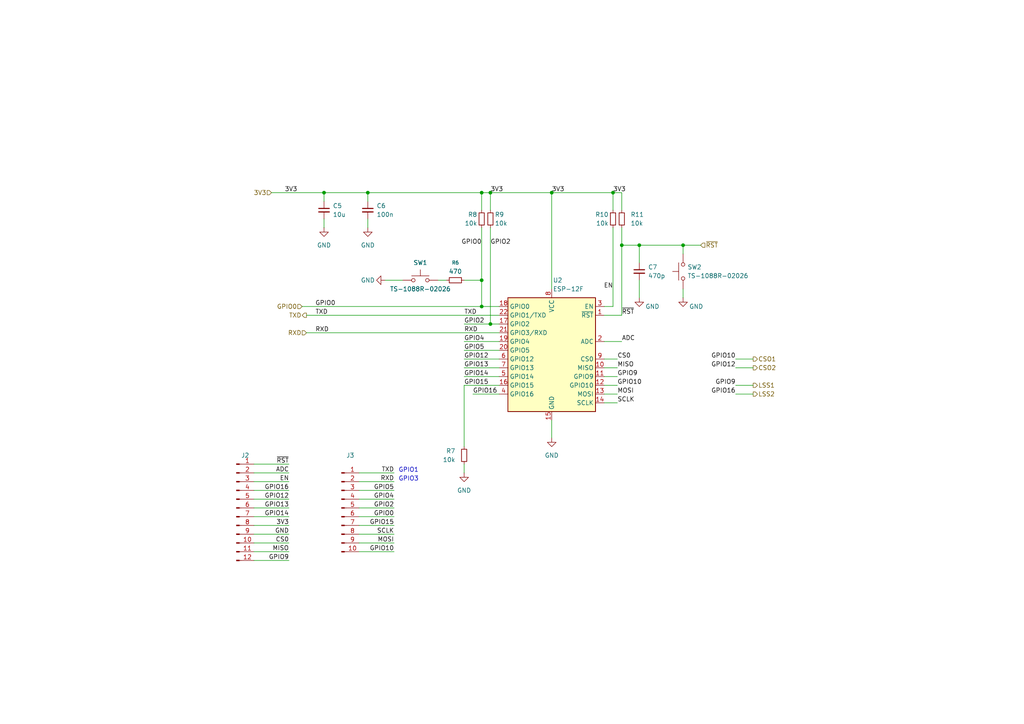
<source format=kicad_sch>
(kicad_sch (version 20250114) (generator "eeschema") (generator_version "9.0")
  (paper "A4")
  (title_block (title "MCU") (date "2025-11-02") (company "Marcel Robitaille"))
  (lib_symbols
    (symbol "Connector:Conn_01x10_Pin" (pin_names (offset 1.016) (hide yes))
      (property "Reference" "J" (at 0 12.7 0))
      (property "Value" "Conn_01x10_Pin" (at 0 -15.24 0))
      (symbol "Conn_01x10_Pin_1_1"
        (rectangle (start 0.8636 10.287) (end 0 10.033) (stroke (width 0.1524)) (fill (type outline)))
        (rectangle (start 0.8636 7.747) (end 0 7.493) (stroke (width 0.1524)) (fill (type outline)))
        (rectangle (start 0.8636 5.207) (end 0 4.953) (stroke (width 0.1524)) (fill (type outline)))
        (rectangle (start 0.8636 2.667) (end 0 2.413) (stroke (width 0.1524)) (fill (type outline)))
        (rectangle (start 0.8636 0.127) (end 0 -0.127) (stroke (width 0.1524)) (fill (type outline)))
        (rectangle (start 0.8636 -2.413) (end 0 -2.667) (stroke (width 0.1524)) (fill (type outline)))
        (rectangle (start 0.8636 -4.953) (end 0 -5.207) (stroke (width 0.1524)) (fill (type outline)))
        (rectangle (start 0.8636 -7.493) (end 0 -7.747) (stroke (width 0.1524)) (fill (type outline)))
        (rectangle (start 0.8636 -10.033) (end 0 -10.287) (stroke (width 0.1524)) (fill (type outline)))
        (rectangle (start 0.8636 -12.573) (end 0 -12.827) (stroke (width 0.1524)) (fill (type outline)))
        (polyline (pts (xy 1.27 10.16) (xy 0.8636 10.16)) (stroke (width 0.1524)))
        (polyline (pts (xy 1.27 7.62) (xy 0.8636 7.62)) (stroke (width 0.1524)))
        (polyline (pts (xy 1.27 5.08) (xy 0.8636 5.08)) (stroke (width 0.1524)))
        (polyline (pts (xy 1.27 2.54) (xy 0.8636 2.54)) (stroke (width 0.1524)))
        (polyline (pts (xy 1.27 0) (xy 0.8636 0)) (stroke (width 0.1524)))
        (polyline (pts (xy 1.27 -2.54) (xy 0.8636 -2.54)) (stroke (width 0.1524)))
        (polyline (pts (xy 1.27 -5.08) (xy 0.8636 -5.08)) (stroke (width 0.1524)))
        (polyline (pts (xy 1.27 -7.62) (xy 0.8636 -7.62)) (stroke (width 0.1524)))
        (polyline (pts (xy 1.27 -10.16) (xy 0.8636 -10.16)) (stroke (width 0.1524)))
        (polyline (pts (xy 1.27 -12.7) (xy 0.8636 -12.7)) (stroke (width 0.1524)))
        (pin passive line (at 5.08 10.16 180) (length 3.81) (name "Pin_1") (number "1"))
        (pin passive line (at 5.08 7.62 180) (length 3.81) (name "Pin_2") (number "2"))
        (pin passive line (at 5.08 5.08 180) (length 3.81) (name "Pin_3") (number "3"))
        (pin passive line (at 5.08 2.54 180) (length 3.81) (name "Pin_4") (number "4"))
        (pin passive line (at 5.08 0 180) (length 3.81) (name "Pin_5") (number "5"))
        (pin passive line (at 5.08 -2.54 180) (length 3.81) (name "Pin_6") (number "6"))
        (pin passive line (at 5.08 -5.08 180) (length 3.81) (name "Pin_7") (number "7"))
        (pin passive line (at 5.08 -7.62 180) (length 3.81) (name "Pin_8") (number "8"))
        (pin passive line (at 5.08 -10.16 180) (length 3.81) (name "Pin_9") (number "9"))
        (pin passive line (at 5.08 -12.7 180) (length 3.81) (name "Pin_10") (number "10"))
      )
    )
    (symbol "Connector:Conn_01x12_Pin" (pin_names (offset 1.016) (hide yes))
      (property "Reference" "J" (at 0 15.24 0))
      (property "Value" "Conn_01x12_Pin" (at 0 -17.78 0))
      (symbol "Conn_01x12_Pin_1_1"
        (rectangle (start 0.8636 12.827) (end 0 12.573) (stroke (width 0.1524)) (fill (type outline)))
        (rectangle (start 0.8636 10.287) (end 0 10.033) (stroke (width 0.1524)) (fill (type outline)))
        (rectangle (start 0.8636 7.747) (end 0 7.493) (stroke (width 0.1524)) (fill (type outline)))
        (rectangle (start 0.8636 5.207) (end 0 4.953) (stroke (width 0.1524)) (fill (type outline)))
        (rectangle (start 0.8636 2.667) (end 0 2.413) (stroke (width 0.1524)) (fill (type outline)))
        (rectangle (start 0.8636 0.127) (end 0 -0.127) (stroke (width 0.1524)) (fill (type outline)))
        (rectangle (start 0.8636 -2.413) (end 0 -2.667) (stroke (width 0.1524)) (fill (type outline)))
        (rectangle (start 0.8636 -4.953) (end 0 -5.207) (stroke (width 0.1524)) (fill (type outline)))
        (rectangle (start 0.8636 -7.493) (end 0 -7.747) (stroke (width 0.1524)) (fill (type outline)))
        (rectangle (start 0.8636 -10.033) (end 0 -10.287) (stroke (width 0.1524)) (fill (type outline)))
        (rectangle (start 0.8636 -12.573) (end 0 -12.827) (stroke (width 0.1524)) (fill (type outline)))
        (rectangle (start 0.8636 -15.113) (end 0 -15.367) (stroke (width 0.1524)) (fill (type outline)))
        (polyline (pts (xy 1.27 12.7) (xy 0.8636 12.7)) (stroke (width 0.1524)))
        (polyline (pts (xy 1.27 10.16) (xy 0.8636 10.16)) (stroke (width 0.1524)))
        (polyline (pts (xy 1.27 7.62) (xy 0.8636 7.62)) (stroke (width 0.1524)))
        (polyline (pts (xy 1.27 5.08) (xy 0.8636 5.08)) (stroke (width 0.1524)))
        (polyline (pts (xy 1.27 2.54) (xy 0.8636 2.54)) (stroke (width 0.1524)))
        (polyline (pts (xy 1.27 0) (xy 0.8636 0)) (stroke (width 0.1524)))
        (polyline (pts (xy 1.27 -2.54) (xy 0.8636 -2.54)) (stroke (width 0.1524)))
        (polyline (pts (xy 1.27 -5.08) (xy 0.8636 -5.08)) (stroke (width 0.1524)))
        (polyline (pts (xy 1.27 -7.62) (xy 0.8636 -7.62)) (stroke (width 0.1524)))
        (polyline (pts (xy 1.27 -10.16) (xy 0.8636 -10.16)) (stroke (width 0.1524)))
        (polyline (pts (xy 1.27 -12.7) (xy 0.8636 -12.7)) (stroke (width 0.1524)))
        (polyline (pts (xy 1.27 -15.24) (xy 0.8636 -15.24)) (stroke (width 0.1524)))
        (pin passive line (at 5.08 12.7 180) (length 3.81) (name "Pin_1") (number "1"))
        (pin passive line (at 5.08 10.16 180) (length 3.81) (name "Pin_2") (number "2"))
        (pin passive line (at 5.08 7.62 180) (length 3.81) (name "Pin_3") (number "3"))
        (pin passive line (at 5.08 5.08 180) (length 3.81) (name "Pin_4") (number "4"))
        (pin passive line (at 5.08 2.54 180) (length 3.81) (name "Pin_5") (number "5"))
        (pin passive line (at 5.08 0 180) (length 3.81) (name "Pin_6") (number "6"))
        (pin passive line (at 5.08 -2.54 180) (length 3.81) (name "Pin_7") (number "7"))
        (pin passive line (at 5.08 -5.08 180) (length 3.81) (name "Pin_8") (number "8"))
        (pin passive line (at 5.08 -7.62 180) (length 3.81) (name "Pin_9") (number "9"))
        (pin passive line (at 5.08 -10.16 180) (length 3.81) (name "Pin_10") (number "10"))
        (pin passive line (at 5.08 -12.7 180) (length 3.81) (name "Pin_11") (number "11"))
        (pin passive line (at 5.08 -15.24 180) (length 3.81) (name "Pin_12") (number "12"))
      )
    )
    (symbol "Device:C_Small" (pin_numbers (hide yes)) (pin_names (offset 0.254) (hide yes))
      (property "Reference" "C" (at 0.254 1.778 0))
      (property "Value" "C_Small" (at 0.254 -2.032 0))
      (symbol "C_Small_0_1"
        (polyline (pts (xy -1.524 0.508) (xy 1.524 0.508)) (stroke (width 0.3048)))
        (polyline (pts (xy -1.524 -0.508) (xy 1.524 -0.508)) (stroke (width 0.3302)))
      )
      (symbol "C_Small_1_1"
        (pin passive line (at 0 2.54 270) (length 2.032) (name "~") (number "1"))
        (pin passive line (at 0 -2.54 90) (length 2.032) (name "~") (number "2"))
      )
    )
    (symbol "Device:R_Small" (pin_numbers (hide yes)) (pin_names (offset 0.254) (hide yes))
      (property "Reference" "R" (at 0 0 90))
      (property "Value" "R_Small" (at 1.778 0 90))
      (symbol "R_Small_0_1"
        (rectangle (start -0.762 1.778) (end 0.762 -1.778) (stroke (width 0.2032)))
      )
      (symbol "R_Small_1_1"
        (pin passive line (at 0 2.54 270) (length 0.762) (name "~") (number "1"))
        (pin passive line (at 0 -2.54 90) (length 0.762) (name "~") (number "2"))
      )
    )
    (symbol "Switch:SW_Push" (pin_numbers (hide yes)) (pin_names (offset 1.016) (hide yes))
      (property "Reference" "SW" (at 1.27 2.54 0))
      (property "Value" "SW_Push" (at 0 -1.524 0))
      (symbol "SW_Push_0_1"
        (circle (center -2.032 0) (radius 0.508))
        (polyline (pts (xy 0 1.27) (xy 0 3.048)))
        (circle (center 2.032 0) (radius 0.508))
        (polyline (pts (xy 2.54 1.27) (xy -2.54 1.27)))
        (pin passive line (at -5.08 0 0) (length 2.54) (name "1") (number "1"))
        (pin passive line (at 5.08 0 180) (length 2.54) (name "2") (number "2"))
      )
    )
    (symbol "bedroom_lights:ESP-12F"
      (property "Reference" "U" (at -12.7 19.05 0))
      (property "Value" "ESP-12F" (at 12.7 19.05 0))
      (symbol "ESP-12F_0_1"
        (rectangle (start -12.7 17.78) (end 12.7 -15.24) (stroke (width 0.254)) (fill (type background)))
      )
      (symbol "ESP-12F_1_1"
        (pin input line (at -15.24 15.24 0) (length 2.54) (name "EN") (number "3"))
        (pin input line (at -15.24 12.7 0) (length 2.54) (name "~{RST}") (number "1"))
        (pin input line (at -15.24 5.08 0) (length 2.54) (name "ADC") (number "2"))
        (pin input line (at -15.24 0 0) (length 2.54) (name "CS0") (number "9"))
        (pin bidirectional line (at -15.24 -2.54 0) (length 2.54) (name "MISO") (number "10"))
        (pin bidirectional line (at -15.24 -5.08 0) (length 2.54) (name "GPIO9") (number "11"))
        (pin bidirectional line (at -15.24 -7.62 0) (length 2.54) (name "GPIO10") (number "12"))
        (pin bidirectional line (at -15.24 -10.16 0) (length 2.54) (name "MOSI") (number "13"))
        (pin bidirectional line (at -15.24 -12.7 0) (length 2.54) (name "SCLK") (number "14"))
        (pin power_in line (at 0 20.32 270) (length 2.54) (name "VCC") (number "8"))
        (pin power_in line (at 0 -17.78 90) (length 2.54) (name "GND") (number "15"))
        (pin bidirectional line (at 15.24 15.24 180) (length 2.54) (name "GPIO0") (number "18"))
        (pin bidirectional line (at 15.24 12.7 180) (length 2.54) (name "GPIO1/TXD") (number "22"))
        (pin bidirectional line (at 15.24 10.16 180) (length 2.54) (name "GPIO2") (number "17"))
        (pin bidirectional line (at 15.24 7.62 180) (length 2.54) (name "GPIO3/RXD") (number "21"))
        (pin bidirectional line (at 15.24 5.08 180) (length 2.54) (name "GPIO4") (number "19"))
        (pin bidirectional line (at 15.24 2.54 180) (length 2.54) (name "GPIO5") (number "20"))
        (pin bidirectional line (at 15.24 0 180) (length 2.54) (name "GPIO12") (number "6"))
        (pin bidirectional line (at 15.24 -2.54 180) (length 2.54) (name "GPIO13") (number "7"))
        (pin bidirectional line (at 15.24 -5.08 180) (length 2.54) (name "GPIO14") (number "5"))
        (pin bidirectional line (at 15.24 -7.62 180) (length 2.54) (name "GPIO15") (number "16"))
        (pin bidirectional line (at 15.24 -10.16 180) (length 2.54) (name "GPIO16") (number "4"))
      )
    )
    (symbol "power:GND" (power) (pin_numbers (hide yes)) (pin_names (offset 0) (hide yes))
      (property "Value" "GND" (at 0 -3.81 0))
      (symbol "GND_0_1"
        (polyline (pts (xy 0 0) (xy 0 -1.27) (xy 1.27 -1.27) (xy 0 -2.54) (xy -1.27 -1.27) (xy 0 -1.27)))
      )
      (symbol "GND_1_1"
        (pin power_in line (at 0 0 270) (length 0) (name "~") (number "1"))
      )
    )
  )
  (text "GPIO1" (at 115.57 137.16 0) (effects (font (size 1.27 1.27)) (justify left bottom)))
  (text "GPIO3" (at 115.57 139.7 0) (effects (font (size 1.27 1.27)) (justify left bottom)))
  (junction (at 106.68 55.88))
  (junction (at 142.24 55.88))
  (junction (at 139.7 81.28))
  (junction (at 185.42 71.12))
  (junction (at 142.24 93.98))
  (junction (at 139.7 88.9))
  (junction (at 139.7 55.88))
  (junction (at 93.98 55.88))
  (junction (at 180.34 71.12))
  (junction (at 177.8 55.88))
  (junction (at 160.02 55.88))
  (junction (at 198.12 71.12))
  (wire (pts (xy 177.8 55.88) (xy 177.8 60.96)))
  (wire (pts (xy 127 81.28) (xy 129.54 81.28)))
  (wire (pts (xy 139.7 88.9) (xy 144.78 88.9)))
  (wire (pts (xy 137.16 114.3) (xy 144.78 114.3)))
  (wire (pts (xy 93.98 55.88) (xy 106.68 55.88)))
  (wire (pts (xy 185.42 86.36) (xy 185.42 81.28)))
  (wire (pts (xy 83.82 139.7) (xy 73.66 139.7)))
  (wire (pts (xy 88.9 91.44) (xy 144.78 91.44)))
  (wire (pts (xy 83.82 149.86) (xy 73.66 149.86)))
  (wire (pts (xy 139.7 55.88) (xy 142.24 55.88)))
  (wire (pts (xy 175.26 104.14) (xy 179.07 104.14)))
  (wire (pts (xy 213.36 106.68) (xy 218.44 106.68)))
  (wire (pts (xy 180.34 66.04) (xy 180.34 71.12)))
  (wire (pts (xy 83.82 137.16) (xy 73.66 137.16)))
  (wire (pts (xy 175.26 111.76) (xy 179.07 111.76)))
  (wire (pts (xy 104.14 157.48) (xy 114.3 157.48)))
  (wire (pts (xy 134.62 111.76) (xy 144.78 111.76)))
  (wire (pts (xy 83.82 147.32) (xy 73.66 147.32)))
  (wire (pts (xy 213.36 114.3) (xy 218.44 114.3)))
  (wire (pts (xy 106.68 63.5) (xy 106.68 66.04)))
  (wire (pts (xy 160.02 127) (xy 160.02 121.92)))
  (wire (pts (xy 114.3 137.16) (xy 104.14 137.16)))
  (wire (pts (xy 106.68 55.88) (xy 139.7 55.88)))
  (wire (pts (xy 134.62 109.22) (xy 144.78 109.22)))
  (wire (pts (xy 180.34 55.88) (xy 180.34 60.96)))
  (wire (pts (xy 134.62 106.68) (xy 144.78 106.68)))
  (wire (pts (xy 83.82 144.78) (xy 73.66 144.78)))
  (wire (pts (xy 83.82 154.94) (xy 73.66 154.94)))
  (wire (pts (xy 104.14 147.32) (xy 114.3 147.32)))
  (wire (pts (xy 213.36 111.76) (xy 218.44 111.76)))
  (wire (pts (xy 104.14 160.02) (xy 114.3 160.02)))
  (wire (pts (xy 177.8 66.04) (xy 177.8 88.9)))
  (wire (pts (xy 93.98 63.5) (xy 93.98 66.04)))
  (wire (pts (xy 198.12 71.12) (xy 198.12 73.66)))
  (wire (pts (xy 93.98 55.88) (xy 93.98 58.42)))
  (wire (pts (xy 177.8 55.88) (xy 180.34 55.88)))
  (wire (pts (xy 83.82 157.48) (xy 73.66 157.48)))
  (wire (pts (xy 106.68 55.88) (xy 106.68 58.42)))
  (wire (pts (xy 142.24 93.98) (xy 144.78 93.98)))
  (wire (pts (xy 177.8 88.9) (xy 175.26 88.9)))
  (wire (pts (xy 142.24 55.88) (xy 160.02 55.88)))
  (wire (pts (xy 134.62 99.06) (xy 144.78 99.06)))
  (wire (pts (xy 185.42 71.12) (xy 185.42 76.2)))
  (wire (pts (xy 160.02 55.88) (xy 160.02 83.82)))
  (wire (pts (xy 134.62 111.76) (xy 134.62 129.54)))
  (wire (pts (xy 111.76 81.28) (xy 116.84 81.28)))
  (wire (pts (xy 175.26 109.22) (xy 179.07 109.22)))
  (wire (pts (xy 160.02 55.88) (xy 177.8 55.88)))
  (wire (pts (xy 134.62 93.98) (xy 142.24 93.98)))
  (wire (pts (xy 175.26 99.06) (xy 180.34 99.06)))
  (wire (pts (xy 180.34 71.12) (xy 180.34 91.44)))
  (wire (pts (xy 142.24 55.88) (xy 142.24 60.96)))
  (wire (pts (xy 83.82 142.24) (xy 73.66 142.24)))
  (wire (pts (xy 104.14 154.94) (xy 114.3 154.94)))
  (wire (pts (xy 213.36 104.14) (xy 218.44 104.14)))
  (wire (pts (xy 114.3 144.78) (xy 104.14 144.78)))
  (wire (pts (xy 104.14 152.4) (xy 114.3 152.4)))
  (wire (pts (xy 134.62 81.28) (xy 139.7 81.28)))
  (wire (pts (xy 175.26 116.84) (xy 179.07 116.84)))
  (wire (pts (xy 198.12 83.82) (xy 198.12 86.36)))
  (wire (pts (xy 114.3 142.24) (xy 104.14 142.24)))
  (wire (pts (xy 88.9 96.52) (xy 144.78 96.52)))
  (wire (pts (xy 104.14 149.86) (xy 114.3 149.86)))
  (wire (pts (xy 83.82 160.02) (xy 73.66 160.02)))
  (wire (pts (xy 180.34 71.12) (xy 185.42 71.12)))
  (wire (pts (xy 73.66 162.56) (xy 83.82 162.56)))
  (wire (pts (xy 87.63 88.9) (xy 139.7 88.9)))
  (wire (pts (xy 139.7 66.04) (xy 139.7 81.28)))
  (wire (pts (xy 114.3 139.7) (xy 104.14 139.7)))
  (wire (pts (xy 134.62 134.62) (xy 134.62 137.16)))
  (wire (pts (xy 83.82 152.4) (xy 73.66 152.4)))
  (wire (pts (xy 139.7 81.28) (xy 139.7 88.9)))
  (wire (pts (xy 142.24 66.04) (xy 142.24 93.98)))
  (wire (pts (xy 185.42 71.12) (xy 198.12 71.12)))
  (wire (pts (xy 198.12 71.12) (xy 203.2 71.12)))
  (wire (pts (xy 83.82 134.62) (xy 73.66 134.62)))
  (wire (pts (xy 134.62 101.6) (xy 144.78 101.6)))
  (wire (pts (xy 175.26 114.3) (xy 179.07 114.3)))
  (wire (pts (xy 134.62 104.14) (xy 144.78 104.14)))
  (wire (pts (xy 175.26 106.68) (xy 179.07 106.68)))
  (wire (pts (xy 175.26 91.44) (xy 180.34 91.44)))
  (wire (pts (xy 139.7 55.88) (xy 139.7 60.96)))
  (wire (pts (xy 78.74 55.88) (xy 93.98 55.88)))
  (label "3V3" (at 142.24 55.88 0))
  (label "GPIO15" (at 114.3 152.4 180))
  (label "GPIO15" (at 134.62 111.76 0))
  (label "MISO" (at 179.07 106.68 0))
  (label "SCLK" (at 179.07 116.84 0))
  (label "GPIO13" (at 134.62 106.68 0))
  (label "GPIO12" (at 83.82 144.78 180))
  (label "~{RST}" (at 83.82 134.62 180))
  (label "~{RST}" (at 180.34 91.44 0))
  (label "GPIO2" (at 114.3 147.32 180))
  (label "GPIO12" (at 134.62 104.14 0))
  (label "GPIO2" (at 142.24 71.12 0))
  (label "RXD" (at 91.44 96.52 0))
  (label "RXD" (at 114.3 139.7 180))
  (label "GPIO2" (at 134.62 93.98 0))
  (label "MOSI" (at 114.3 157.48 180))
  (label "3V3" (at 160.02 55.88 0))
  (label "GPIO9" (at 213.36 111.76 180))
  (label "3V3" (at 83.82 152.4 180))
  (label "ADC" (at 180.34 99.06 0))
  (label "GPIO12" (at 213.36 106.68 180))
  (label "GPIO5" (at 134.62 101.6 0))
  (label "GPIO0" (at 114.3 149.86 180))
  (label "TXD" (at 91.44 91.44 0))
  (label "EN" (at 177.8 83.82 180))
  (label "3V3" (at 82.55 55.88 0))
  (label "GPIO10" (at 114.3 160.02 180))
  (label "GPIO13" (at 83.82 147.32 180))
  (label "RXD" (at 134.62 96.52 0))
  (label "ADC" (at 83.82 137.16 180))
  (label "CS0" (at 179.07 104.14 0))
  (label "GPIO9" (at 179.07 109.22 0))
  (label "GND" (at 83.82 154.94 180))
  (label "GPIO9" (at 83.82 162.56 180))
  (label "GPIO16" (at 213.36 114.3 180))
  (label "GPIO16" (at 83.82 142.24 180))
  (label "TXD" (at 114.3 137.16 180))
  (label "GPIO4" (at 114.3 144.78 180))
  (label "EN" (at 83.82 139.7 180))
  (label "MISO" (at 83.82 160.02 180))
  (label "TXD" (at 134.62 91.44 0))
  (label "GPIO4" (at 134.62 99.06 0))
  (label "GPIO10" (at 179.07 111.76 0))
  (label "GPIO5" (at 114.3 142.24 180))
  (label "GPIO10" (at 213.36 104.14 180))
  (label "GPIO0" (at 91.44 88.9 0))
  (label "GPIO0" (at 139.7 71.12 180))
  (label "GPIO16" (at 137.16 114.3 0))
  (label "GPIO14" (at 134.62 109.22 0))
  (label "GPIO14" (at 83.82 149.86 180))
  (label "CS0" (at 83.82 157.48 180))
  (label "MOSI" (at 179.07 114.3 0))
  (label "3V3" (at 177.8 55.88 0))
  (label "SCLK" (at 114.3 154.94 180))
  (hierarchical_label "LSS1" (shape output) (at 218.44 111.76 0))
  (hierarchical_label "3V3" (shape input) (at 78.74 55.88 180))
  (hierarchical_label "LSS2" (shape output) (at 218.44 114.3 0))
  (hierarchical_label "~{RST}" (shape input) (at 203.2 71.12 0))
  (hierarchical_label "CSO1" (shape output) (at 218.44 104.14 0))
  (hierarchical_label "TXD" (shape output) (at 88.9 91.44 180))
  (hierarchical_label "GPIO0" (shape input) (at 87.63 88.9 180))
  (hierarchical_label "RXD" (shape input) (at 88.9 96.52 180))
  (hierarchical_label "CSO2" (shape output) (at 218.44 106.68 0))
  (symbol (lib_id "power:GND") (at 106.68 66.04 0) (unit 1)
    (property "Reference" "#PWR010" (effects (hide yes)))
    (property "Value" "GND" (at 106.68 71.12 0))
    (property "Description" "Power symbol creates a global label with name \"GND\" , ground" (effects (hide yes)))
  )
  (symbol (lib_id "power:GND") (at 134.62 137.16 0) (mirror y) (unit 1)
    (property "Reference" "#PWR012" (effects (hide yes)))
    (property "Value" "GND" (at 134.62 142.24 0))
    (property "Description" "Power symbol creates a global label with name \"GND\" , ground" (effects (hide yes)))
  )
  (symbol (lib_id "power:GND") (at 185.42 86.36 0) (unit 1)
    (property "Reference" "#PWR014" (effects (hide yes)))
    (property "Value" "GND" (at 189.23 88.9 0))
    (property "Description" "Power symbol creates a global label with name \"GND\" , ground" (effects (hide yes)))
  )
  (symbol (lib_id "Device:C_Small") (at 106.68 60.96 0) (unit 1)
    (property "Reference" "C6" (at 109.22 59.6963 0) (effects (justify left)))
    (property "Value" "100n" (at 109.22 62.2363 0) (effects (justify left)))
    (property "Footprint" "Capacitor_SMD:C_0805_2012Metric" (effects (hide yes)))
    (property "Description" "Unpolarized capacitor, small symbol" (effects (hide yes)))
    (property "Dielectric" "X7R" (effects (hide yes)))
    (property "LCSC Part Number" "C38141" (effects (hide yes)))
    (property "Line 1" "${Rated Voltage} / ${Tolerance}" (effects (hide yes)))
    (property "Line 2" "${Dielectric} / ${Package}" (effects (hide yes)))
    (property "MPN" "0805B104K500NT" (effects (hide yes)))
    (property "Manufacturer" "FH (Guangdong Fenghua Advanced Tech)" (effects (hide yes)))
    (property "Package" "0805" (effects (hide yes)))
    (property "Rated Voltage" "50V" (effects (hide yes)))
    (property "Tolerance" "10%" (effects (hide yes)))
  )
  (symbol (lib_id "Device:C_Small") (at 93.98 60.96 0) (unit 1)
    (property "Reference" "C5" (at 96.52 59.6963 0) (effects (justify left)))
    (property "Value" "10u" (at 96.52 62.2363 0) (effects (justify left)))
    (property "Footprint" "Capacitor_SMD:C_0805_2012Metric" (effects (hide yes)))
    (property "Description" "Unpolarized capacitor, small symbol" (effects (hide yes)))
    (property "Dielectric" "X7R" (effects (hide yes)))
    (property "LCSC Part Number" "C5189822" (effects (hide yes)))
    (property "Line 1" "${Tolerance} / ${Rated Voltage}" (effects (hide yes)))
    (property "Line 2" "${Dielectric} / ${Package}" (effects (hide yes)))
    (property "MPN" "CS2012X7R106M100NRE" (effects (hide yes)))
    (property "Manufacturer" "Samwha Capacitor" (effects (hide yes)))
    (property "Package" "0805" (effects (hide yes)))
    (property "Rated Voltage" "10V" (effects (hide yes)))
    (property "Tolerance" "20%" (effects (hide yes)))
  )
  (symbol (lib_id "power:GND") (at 160.02 127 0) (mirror y) (unit 1)
    (property "Reference" "#PWR013" (effects (hide yes)))
    (property "Value" "GND" (at 160.02 132.08 0))
    (property "Description" "Power symbol creates a global label with name \"GND\" , ground" (effects (hide yes)))
  )
  (symbol (lib_id "Device:R_Small") (at 132.08 81.28 90) (unit 1)
    (property "Reference" "R6" (at 132.08 76.2 90) (effects (font (size 1.016 1.016))))
    (property "Value" "470" (at 132.08 78.74 90))
    (property "Footprint" "Resistor_SMD:R_0805_2012Metric" (effects (hide yes)))
    (property "Description" "Resistor, small symbol" (effects (hide yes)))
  )
  (symbol (lib_id "Connector:Conn_01x10_Pin") (at 99.06 147.32 0) (unit 1) (in_bom no)
    (property "Reference" "J3" (at 101.6 132.08 0))
    (property "Value" "Conn_01x10_Pin" (effects (hide yes)))
    (property "Footprint" "Connector_PinHeader_2.54mm:PinHeader_1x10_P2.54mm_Vertical" (effects (hide yes)))
    (property "Description" "Generic connector, single row, 01x10, script generated" (effects (hide yes)))
  )
  (symbol (lib_id "Connector:Conn_01x12_Pin") (at 68.58 147.32 0) (unit 1) (in_bom no)
    (property "Reference" "J2" (at 71.12 132.08 0))
    (property "Value" "Conn_01x05_Pin" (effects (hide yes)))
    (property "Footprint" "Connector_PinHeader_2.54mm:PinHeader_1x12_P2.54mm_Vertical" (effects (hide yes)))
    (property "Description" "Generic connector, single row, 01x12, script generated" (effects (hide yes)))
  )
  (symbol (lib_id "Device:R_Small") (at 134.62 132.08 0) (mirror y) (unit 1)
    (property "Reference" "R7" (at 132.08 130.81 0) (effects (justify left)))
    (property "Value" "10k" (at 132.08 133.35 0) (effects (justify left)))
    (property "Footprint" "Resistor_SMD:R_0805_2012Metric" (effects (hide yes)))
    (property "Description" "Resistor, small symbol" (effects (hide yes)))
    (property "LCSC Part Number" "C17414" (effects (hide yes)))
    (property "Line 1" "${Tolerance} / ${Power}" (effects (hide yes)))
    (property "Line 2" "${Package}" (effects (hide yes)))
    (property "MPN" "0805W8F1002T5E" (effects (hide yes)))
    (property "Manufacturer" "UNI-ROYAL(Uniroyal Elec)" (effects (hide yes)))
    (property "Package" "0805" (effects (hide yes)))
    (property "Power" "125mW" (effects (hide yes)))
    (property "Tolerance" "1%" (effects (hide yes)))
  )
  (symbol (lib_id "power:GND") (at 93.98 66.04 0) (unit 1)
    (property "Reference" "#PWR09" (effects (hide yes)))
    (property "Value" "GND" (at 93.98 71.12 0))
    (property "Description" "Power symbol creates a global label with name \"GND\" , ground" (effects (hide yes)))
  )
  (symbol (lib_id "Device:R_Small") (at 139.7 63.5 0) (mirror y) (unit 1)
    (property "Reference" "R8" (at 138.43 62.23 0) (effects (justify left)))
    (property "Value" "10k" (at 138.43 64.77 0) (effects (justify left)))
    (property "Footprint" "Resistor_SMD:R_0805_2012Metric" (effects (hide yes)))
    (property "Description" "Resistor, small symbol" (effects (hide yes)))
    (property "LCSC Part Number" "C17414" (effects (hide yes)))
    (property "Line 1" "${Tolerance} / ${Power}" (effects (hide yes)))
    (property "Line 2" "${Package}" (effects (hide yes)))
    (property "MPN" "0805W8F1002T5E" (effects (hide yes)))
    (property "Manufacturer" "UNI-ROYAL(Uniroyal Elec)" (effects (hide yes)))
    (property "Package" "0805" (effects (hide yes)))
    (property "Power" "125mW" (effects (hide yes)))
    (property "Tolerance" "1%" (effects (hide yes)))
  )
  (symbol (lib_id "power:GND") (at 198.12 86.36 0) (unit 1)
    (property "Reference" "#PWR015" (effects (hide yes)))
    (property "Value" "GND" (at 201.93 88.9 0))
    (property "Description" "Power symbol creates a global label with name \"GND\" , ground" (effects (hide yes)))
  )
  (symbol (lib_id "Device:C_Small") (at 185.42 78.74 0) (unit 1)
    (property "Reference" "C7" (at 187.96 77.4762 0) (effects (justify left)))
    (property "Value" "470p" (at 187.96 80.0162 0) (effects (justify left)))
    (property "Footprint" "Capacitor_SMD:C_0805_2012Metric" (effects (hide yes)))
    (property "Description" "Unpolarized capacitor, small symbol" (effects (hide yes)))
  )
  (symbol (lib_id "power:GND") (at 111.76 81.28 270) (mirror x) (unit 1)
    (property "Reference" "#PWR011" (effects (hide yes)))
    (property "Value" "GND" (at 106.68 81.28 90))
    (property "Description" "Power symbol creates a global label with name \"GND\" , ground" (effects (hide yes)))
  )
  (symbol (lib_id "Device:R_Small") (at 177.8 63.5 180) (unit 1)
    (property "Reference" "R10" (at 176.53 62.23 0) (effects (justify left)))
    (property "Value" "10k" (at 176.53 64.77 0) (effects (justify left)))
    (property "Footprint" "Resistor_SMD:R_0805_2012Metric" (effects (hide yes)))
    (property "Description" "Resistor, small symbol" (effects (hide yes)))
    (property "LCSC Part Number" "C17414" (effects (hide yes)))
    (property "Line 1" "${Tolerance} / ${Power}" (effects (hide yes)))
    (property "Line 2" "${Package}" (effects (hide yes)))
    (property "MPN" "0805W8F1002T5E" (effects (hide yes)))
    (property "Manufacturer" "UNI-ROYAL(Uniroyal Elec)" (effects (hide yes)))
    (property "Package" "0805" (effects (hide yes)))
    (property "Power" "125mW" (effects (hide yes)))
    (property "Tolerance" "1%" (effects (hide yes)))
  )
  (symbol (lib_id "bedroom_lights:ESP-12F") (at 160.02 104.14 0) (mirror y) (unit 1)
    (property "Reference" "U2" (at 160.3659 81.28 0) (effects (justify right)))
    (property "Value" "ESP-12F" (at 160.3659 83.82 0) (effects (justify right)))
    (property "Footprint" "RF_Module:ESP-12E" (effects (hide yes)))
    (property "Datasheet" "http://wiki.ai-thinker.com/_media/esp8266/esp8266_series_modules_user_manual_v1.1.pdf" (effects (hide yes)))
    (property "Description" "802.11 b/g/n Wi-Fi Module" (effects (hide yes)))
    (property "LCSC Part Number" "C82891" (effects (hide yes)))
    (property "MPN" "ESP-12F(ESP8266MOD)" (effects (hide yes)))
    (property "Manufacturer" "Ai-Thinker" (effects (hide yes)))
  )
  (symbol (lib_id "Device:R_Small") (at 142.24 63.5 0) (unit 1)
    (property "Reference" "R9" (at 143.51 62.23 0) (effects (justify left)))
    (property "Value" "10k" (at 143.51 64.77 0) (effects (justify left)))
    (property "Footprint" "Resistor_SMD:R_0805_2012Metric" (effects (hide yes)))
    (property "Description" "Resistor, small symbol" (effects (hide yes)))
    (property "LCSC Part Number" "C17414" (effects (hide yes)))
    (property "Line 1" "${Tolerance} / ${Power}" (effects (hide yes)))
    (property "Line 2" "${Package}" (effects (hide yes)))
    (property "MPN" "0805W8F1002T5E" (effects (hide yes)))
    (property "Manufacturer" "UNI-ROYAL(Uniroyal Elec)" (effects (hide yes)))
    (property "Package" "0805" (effects (hide yes)))
    (property "Power" "125mW" (effects (hide yes)))
    (property "Tolerance" "1%" (effects (hide yes)))
  )
  (symbol (lib_id "Switch:SW_Push") (at 121.92 81.28 0) (mirror y) (unit 1)
    (property "Reference" "SW1" (at 121.92 76.2 0))
    (property "Value" "TS-1088R-02026" (at 121.92 83.82 0))
    (property "Footprint" "bedroom_lights:TS-1088R-02026_SW_SMD_3x4mm" (effects (hide yes)))
    (property "Description" "Push button switch, generic, two pins" (effects (hide yes)))
    (property "LCSC Part Number" "C455280" (effects (hide yes)))
    (property "MPN" "TS-1088R-02026" (effects (hide yes)))
    (property "Manufacturer" "XUNPU" (effects (hide yes)))
  )
  (symbol (lib_id "Device:R_Small") (at 180.34 63.5 0) (mirror x) (unit 1)
    (property "Reference" "R11" (at 182.88 62.23 0) (effects (justify left)))
    (property "Value" "10k" (at 182.88 64.77 0) (effects (justify left)))
    (property "Footprint" "Resistor_SMD:R_0805_2012Metric" (effects (hide yes)))
    (property "Description" "Resistor, small symbol" (effects (hide yes)))
    (property "LCSC Part Number" "C17414" (effects (hide yes)))
    (property "Line 1" "${Tolerance} / ${Power}" (effects (hide yes)))
    (property "Line 2" "${Package}" (effects (hide yes)))
    (property "MPN" "0805W8F1002T5E" (effects (hide yes)))
    (property "Manufacturer" "UNI-ROYAL(Uniroyal Elec)" (effects (hide yes)))
    (property "Package" "0805" (effects (hide yes)))
    (property "Power" "125mW" (effects (hide yes)))
    (property "Tolerance" "1%" (effects (hide yes)))
  )
  (symbol (lib_id "Switch:SW_Push") (at 198.12 78.74 90) (unit 1)
    (property "Reference" "SW2" (at 199.39 77.47 90) (effects (justify right)))
    (property "Value" "TS-1088R-02026" (at 199.39 80.01 90) (effects (justify right)))
    (property "Footprint" "bedroom_lights:TS-1088R-02026_SW_SMD_3x4mm" (effects (hide yes)))
    (property "Description" "Push button switch, generic, two pins" (effects (hide yes)))
    (property "LCSC Part Number" "C455280" (effects (hide yes)))
    (property "MPN" "TS-1088R-02026" (effects (hide yes)))
    (property "Manufacturer" "XUNPU" (effects (hide yes)))
  )
)
</source>
